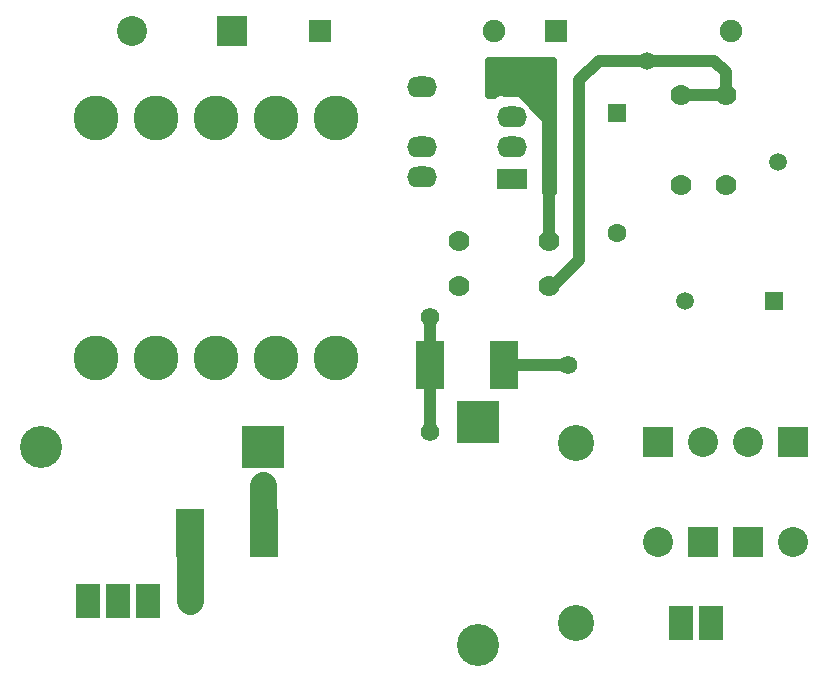
<source format=gbr>
G04 DipTrace 4.1.2.0*
G04 SyedTop.gbr*
%MOIN*%
G04 #@! TF.FileFunction,Copper,L1,Top*
G04 #@! TF.Part,Single*
G04 #@! TA.AperFunction,Conductor*
%ADD13C,0.04*%
%ADD16C,0.09*%
G04 #@! TA.AperFunction,CopperBalancing*
%ADD17C,0.025*%
G04 #@! TA.AperFunction,ComponentPad*
%ADD18R,0.059055X0.059055*%
%ADD19C,0.059055*%
%ADD20R,0.09252X0.161417*%
G04 #@! TA.AperFunction,ComponentPad*
%ADD21C,0.062992*%
%ADD22R,0.062992X0.062992*%
%ADD23R,0.14X0.14*%
%ADD24C,0.14*%
%ADD25R,0.075X0.075*%
%ADD26C,0.075*%
%ADD27R,0.1X0.1*%
%ADD28C,0.1*%
%ADD29C,0.12*%
%ADD30R,0.07874X0.11811*%
%ADD31C,0.059055*%
%ADD32C,0.07*%
%ADD33C,0.07*%
%ADD34C,0.15*%
%ADD35R,0.1X0.07*%
%ADD36O,0.1X0.07*%
G04 #@! TA.AperFunction,ViaPad*
%ADD37C,0.062*%
%FSLAX26Y26*%
G04*
G70*
G90*
G75*
G01*
G04 Top*
%LPD*%
X1798031Y-1287500D2*
G54D13*
X2012500D1*
X751969Y-2075000D2*
G54D16*
Y-1850000D1*
X1551969Y-1287500D2*
G54D13*
Y-1126969D1*
Y-1287500D2*
Y-1510531D1*
X1950000Y-875000D2*
Y-472348D1*
X1840148Y-362496D1*
X1824996D1*
X2387500Y-387500D2*
X2537500D1*
X1950000Y-1025000D2*
X1962500D1*
X2050000Y-937500D1*
Y-340000D1*
X2115000Y-275000D1*
X2275000D1*
X2500000D1*
X2537500Y-312500D1*
Y-387500D1*
X2275000Y-275000D2*
D3*
X998031Y-1850000D2*
G54D16*
X995866Y-1689469D1*
G54D37*
X2012500Y-1287500D3*
X751969Y-2075000D3*
X1551969Y-1126969D3*
Y-1510531D3*
X995866Y-1689469D3*
X1752509Y-299869D2*
G54D17*
X1959997D1*
X1752509Y-324738D2*
X1959997D1*
X1752509Y-349606D2*
X1959997D1*
X1752509Y-374475D2*
X1959997D1*
X1905125Y-399344D2*
X1959997D1*
X1923785Y-424213D2*
X1959997D1*
X1940004Y-449081D2*
X1959997D1*
X1940004Y-473950D2*
X1959997D1*
X1940004Y-498819D2*
X1959997D1*
X1940004Y-523688D2*
X1959997D1*
X1940004Y-548556D2*
X1959997D1*
X1940004Y-573425D2*
X1959997D1*
X1940004Y-598294D2*
X1959997D1*
X1940004Y-623163D2*
X1959997D1*
X1940004Y-648031D2*
X1959997D1*
X1940004Y-672900D2*
X1959997D1*
X1940004Y-697769D2*
X1959997D1*
X1893692Y-389143D2*
X1887500Y-387500D1*
X1885867Y-387504D1*
X1883871Y-386213D1*
X1875684Y-382056D1*
X1867108Y-378776D1*
X1858236Y-376407D1*
X1849167Y-374975D1*
X1839997Y-374496D1*
X1809127Y-374501D1*
X1799963Y-375071D1*
X1790908Y-376593D1*
X1782060Y-379050D1*
X1773517Y-382415D1*
X1765371Y-386652D1*
X1764092Y-387499D1*
X1750000Y-387493D1*
X1749995Y-275000D1*
X1962500Y-274997D1*
X1962499Y-712500D1*
X1937500Y-712508D1*
Y-450009D1*
X1937402Y-448433D1*
X1935000Y-442500D1*
X1897505Y-392507D1*
X1893692Y-389143D1*
G54D18*
X2697638Y-1074997D3*
G54D19*
X2402362Y-1075003D3*
G54D20*
X998031Y-1850000D3*
X751969D3*
X1551969Y-1287500D3*
X1798031D3*
G54D21*
X2175000Y-850000D3*
G54D22*
Y-450000D3*
G54D23*
X1712500Y-1479213D3*
G54D24*
Y-2220945D3*
G54D25*
X1971161Y-175000D3*
G54D26*
X2553839D3*
G54D25*
X1183661Y-175009D3*
G54D26*
X1766339Y-174991D3*
G54D27*
X892520Y-175000D3*
G54D28*
X557480D3*
G54D23*
X995866Y-1562500D3*
G54D24*
X254134D3*
G54D27*
X2312500Y-1544980D3*
G54D28*
Y-1880020D3*
G54D27*
X2462500D3*
G54D28*
Y-1544980D3*
G54D27*
X2612500Y-1880020D3*
G54D28*
Y-1544980D3*
G54D27*
X2762500D3*
G54D28*
Y-1880020D3*
G54D29*
X2037500Y-2150000D3*
Y-1550000D3*
G54D30*
X2487500Y-2150000D3*
X2387500D3*
X612500Y-2075000D3*
X512500D3*
X412500D3*
G54D31*
X2275000Y-275000D3*
X2712500Y-612500D3*
G54D32*
X1650000Y-875000D3*
G54D33*
X1950000D3*
G54D32*
X1650000Y-1025000D3*
G54D33*
X1950000D3*
G54D32*
X2387500Y-387500D3*
G54D33*
Y-687500D3*
G54D32*
X2537500Y-387500D3*
G54D33*
Y-687500D3*
G54D34*
X837500Y-1265945D3*
X637500Y-465945D3*
X437500Y-1265945D3*
X637500D3*
X437500Y-465945D3*
X837500D3*
X1037500D3*
X1237500D3*
X1037500Y-1265945D3*
X1237500D3*
G54D35*
X1825003Y-667497D3*
G54D36*
X1825001Y-562497D3*
X1824997Y-362497D3*
X1524997Y-362503D3*
X1824999Y-462497D3*
X1525001Y-562503D3*
X1525003Y-662503D3*
M02*

</source>
